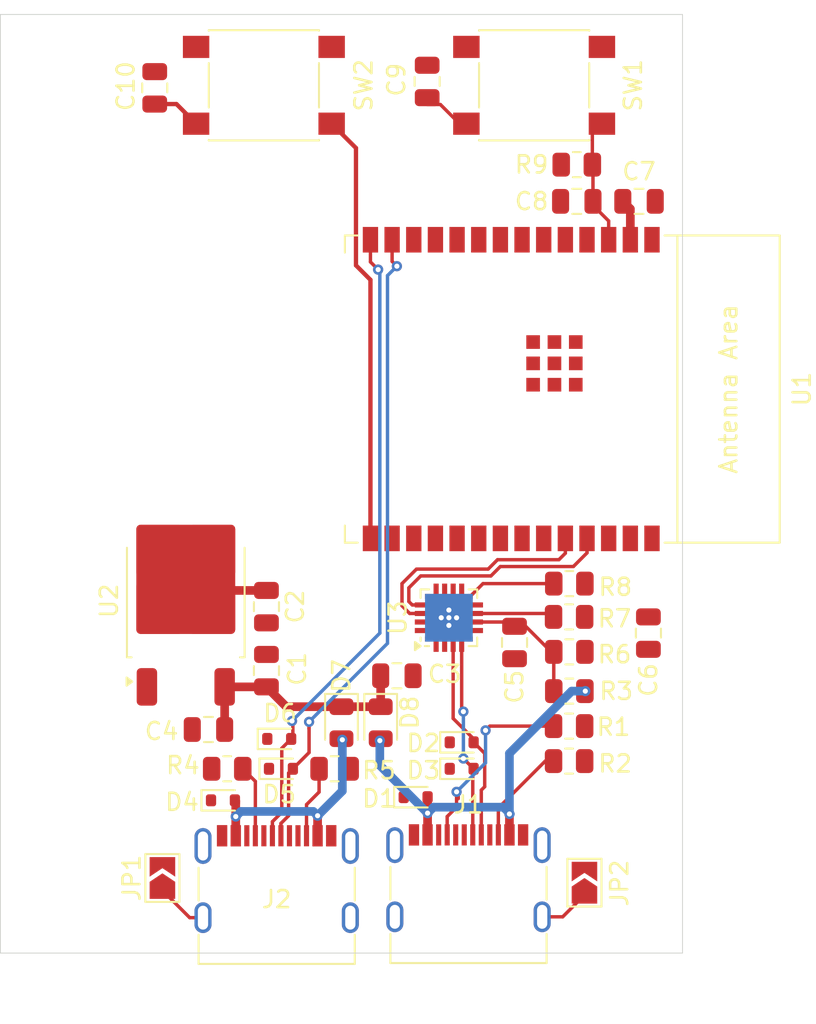
<source format=kicad_pcb>
(kicad_pcb (version 20240108) (generator "pcbnew") (generator_version "8.0")
  (layers (0 "F.Cu" signal) (31 "B.Cu" signal) (34 "B.Paste" user) (35 "F.Paste" user) (36 "B.SilkS" user "B.Silkscreen") (37 "F.SilkS" user "F.Silkscreen") (38 "B.Mask" user) (39 "F.Mask" user) (44 "Edge.Cuts" user))
  (net 0 "")
  (net 1 "GND")
  (net 2 "+5V")
  (net 3 "+3V3")
  (net 4 "Net-(U3-VBUS)")
  (net 5 "RESET")
  (net 6 "BOOT")
  (net 7 "VBUSA")
  (net 8 "D+")
  (net 9 "D-")
  (net 10 "VBUSB")
  (net 11 "ESP32_D-")
  (net 12 "ESP32_D+")
  (net 13 "Net-(J1-SHIELD)")
  (net 15 "Net-(J1-CC2)")
  (net 17 "Net-(J1-CC1)")
  (net 18 "Net-(J2-SHIELD)")
  (net 19 "Net-(J2-CC2)")
  (net 21 "Net-(J2-CC1)")
  (net 23 "Net-(U3-~{RST})")
  (net 24 "Net-(U3-~{SUSPEND})")
  (net 25 "I2C_SDA")
  (net 30 "USB_UART_TX")
  (net 38 "I2C_SCL")
  (net 41 "USB_UART_RX")
  (footprint "Jumper:SolderJumper-2_P1.3mm_Open_TrianglePad1.0x1.5mm" (layer "F.Cu") (at 44.5 90.6 90)
    (property "Reference" "JP1" (at 0 -1.8 90) (layer "F.SilkS"))
    (property "Value" "SolderJumper_2_Open")
    (pad "1" smd custom (at -0.725 0 90) (size 0.3 0.3) (layers "F.Cu" "F.Mask") (net 18 "Net-(J2-SHIELD)") (options (clearance outline) (anchor rect)) (primitives (gr_poly (pts (xy 1 0) (xy 0.5 0.75) (xy -0.5 0.75) (xy -0.5 -0.75) (xy 0.5 -0.75)) (width 0) (fill yes))))
    (pad "2" smd custom (at 0.725 0 90) (size 0.3 0.3) (layers "F.Cu" "F.Mask") (net 1 "GND") (options (clearance outline) (anchor rect)) (primitives (gr_poly (pts (xy 0.5 0.75) (xy -0.65 0.75) (xy -0.15 0) (xy -0.65 -0.75) (xy 0.5 -0.75)) (width 0) (fill yes))))
  )
  (footprint "Connector_USB:USB_C_Receptacle_G-Switch_GT-USB-7010ASV" (layer "F.Cu") (at 62.45 91.8)
    (property "Reference" "J1" (at 0 -5.5 360) (layer "F.SilkS"))
    (property "Value" "USB_C_Receptacle_USB2.0_16P")
    (pad "" np_thru_hole circle (at -2.89 -2.605) (size 0.65 0.65) (drill 0.65) (layers "*.Cu" "*.Mask"))
    (pad "" np_thru_hole circle (at 2.89 -2.605) (size 0.65 0.65) (drill 0.65) (layers "*.Cu" "*.Mask"))
    (pad "A1" smd rect (at -3.2 -3.725) (size 0.6 1.24) (layers "F.Cu" "F.Paste" "F.Mask") (net 1 "GND"))
    (pad "A4" smd rect (at -2.4 -3.725) (size 0.6 1.24) (layers "F.Cu" "F.Paste" "F.Mask") (net 7 "VBUSA"))
    (pad "A5" smd rect (at -1.25 -3.725) (size 0.3 1.24) (layers "F.Cu" "F.Paste" "F.Mask") (net 17 "Net-(J1-CC1)"))
    (pad "A6" smd rect (at -0.25 -3.725) (size 0.3 1.24) (layers "F.Cu" "F.Paste" "F.Mask") (net 8 "D+"))
    (pad "A7" smd rect (at 0.25 -3.725) (size 0.3 1.24) (layers "F.Cu" "F.Paste" "F.Mask") (net 9 "D-"))
    (pad "A8" smd rect (at 1.25 -3.725) (size 0.3 1.24) (layers "F.Cu" "F.Paste" "F.Mask"))
    (pad "A9" smd rect (at 2.4 -3.725) (size 0.6 1.24) (layers "F.Cu" "F.Paste" "F.Mask") (net 7 "VBUSA"))
    (pad "A12" smd rect (at 3.2 -3.725) (size 0.6 1.24) (layers "F.Cu" "F.Paste" "F.Mask") (net 1 "GND"))
    (pad "B1" smd rect (at 3.2 -3.725) (size 0.6 1.24) (layers "F.Cu" "F.Paste" "F.Mask") (net 1 "GND"))
    (pad "B4" smd rect (at 2.4 -3.725) (size 0.6 1.24) (layers "F.Cu" "F.Paste" "F.Mask") (net 7 "VBUSA"))
    (pad "B5" smd rect (at 1.75 -3.725) (size 0.3 1.24) (layers "F.Cu" "F.Paste" "F.Mask") (net 15 "Net-(J1-CC2)"))
    (pad "B6" smd rect (at 0.75 -3.725) (size 0.3 1.24) (layers "F.Cu" "F.Paste" "F.Mask") (net 8 "D+"))
    (pad "B7" smd rect (at -0.75 -3.725) (size 0.3 1.24) (layers "F.Cu" "F.Paste" "F.Mask") (net 9 "D-"))
    (pad "B8" smd rect (at -1.75 -3.725) (size 0.3 1.24) (layers "F.Cu" "F.Paste" "F.Mask"))
    (pad "B9" smd rect (at -2.4 -3.725) (size 0.6 1.24) (layers "F.Cu" "F.Paste" "F.Mask") (net 7 "VBUSA"))
    (pad "B12" smd rect (at -3.2 -3.725) (size 0.6 1.24) (layers "F.Cu" "F.Paste" "F.Mask") (net 1 "GND"))
    (pad "S1" thru_hole oval (at -4.32 -3.125) (size 1 2.1) (drill oval 0.6 1.7) (layers "*.Cu" "*.Mask") (net 13 "Net-(J1-SHIELD)"))
    (pad "S1" thru_hole oval (at -4.32 1.075) (size 1 1.8) (drill oval 0.6 1.4) (layers "*.Cu" "*.Mask") (net 13 "Net-(J1-SHIELD)"))
    (pad "S1" thru_hole oval (at 4.32 -3.125) (size 1 2.1) (drill oval 0.6 1.7) (layers "*.Cu" "*.Mask") (net 13 "Net-(J1-SHIELD)"))
    (pad "S1" thru_hole oval (at 4.32 1.075) (size 1 1.8) (drill oval 0.6 1.4) (layers "*.Cu" "*.Mask") (net 13 "Net-(J1-SHIELD)"))
  )
  (footprint "Capacitor_SMD:C_0805_2012Metric" (layer "F.Cu") (at 50.6 74.7 -90)
    (property "Reference" "C2" (at 0 -1.68 90) (layer "F.SilkS"))
    (property "Value" "22uF")
    (pad "1" smd roundrect (at -0.95 0 270) (size 1 1.45) (layers "F.Cu" "F.Paste" "F.Mask") (net 3 "+3V3"))
    (pad "2" smd roundrect (at 0.95 0 270) (size 1 1.45) (layers "F.Cu" "F.Paste" "F.Mask") (net 1 "GND"))
  )
  (footprint "Resistor_SMD:R_0805_2012Metric" (layer "F.Cu") (at 68.3625 79.65 180)
    (property "Reference" "R3" (at -2.75 0 0) (layer "F.SilkS"))
    (property "Value" "22.1K")
    (pad "1" smd roundrect (at -0.9125 0 180) (size 1.025 1.4) (layers "F.Cu" "F.Paste" "F.Mask") (roundrect_rratio 0.243902) (net 7 "VBUSA"))
    (pad "2" smd roundrect (at 0.9125 0 180) (size 1.025 1.4) (layers "F.Cu" "F.Paste" "F.Mask") (roundrect_rratio 0.243902) (net 4 "Net-(U3-VBUS)"))
  )
  (footprint "Resistor_SMD:R_0805_2012Metric" (layer "F.Cu") (at 68.3625 73.35)
    (property "Reference" "R8" (at 2.7 0.2 360) (layer "F.SilkS"))
    (property "Value" "10K")
    (pad "1" smd roundrect (at -0.9125 0) (size 1.025 1.4) (layers "F.Cu" "F.Paste" "F.Mask") (roundrect_rratio 0.243902) (net 24 "Net-(U3-~{SUSPEND})"))
    (pad "2" smd roundrect (at 0.9125 0) (size 1.025 1.4) (layers "F.Cu" "F.Paste" "F.Mask") (roundrect_rratio 0.243902) (net 1 "GND"))
  )
  (footprint "Diode_SMD:D_SOD-523" (layer "F.Cu") (at 48.05 86.05)
    (property "Reference" "D4" (at -2.4 0.1 360) (layer "F.SilkS"))
    (property "Value" "LESD5D5.0CT1G")
    (pad "1" smd roundrect (at -0.7 0 180) (size 0.6 0.7) (layers "F.Cu" "F.Paste" "F.Mask") (net 1 "GND"))
    (pad "2" smd roundrect (at 0.7 0 180) (size 0.6 0.7) (layers "F.Cu" "F.Paste" "F.Mask") (net 10 "VBUSB"))
  )
  (footprint "Diode_SMD:D_SOD-523" (layer "F.Cu") (at 51.45 84.2)
    (property "Reference" "D5" (at -0.1 1.5 360) (layer "F.SilkS"))
    (property "Value" "LESD5D5.0CT1G")
    (pad "1" smd roundrect (at -0.7 0 180) (size 0.6 0.7) (layers "F.Cu" "F.Paste" "F.Mask") (net 1 "GND"))
    (pad "2" smd roundrect (at 0.7 0 180) (size 0.6 0.7) (layers "F.Cu" "F.Paste" "F.Mask") (net 11 "ESP32_D-"))
  )
  (footprint "Resistor_SMD:R_0805_2012Metric" (layer "F.Cu") (at 68.3625 77.35 180)
    (property "Reference" "R6" (at -2.65 -0.15 360) (layer "F.SilkS"))
    (property "Value" "47.5k")
    (pad "1" smd roundrect (at -0.9125 0 180) (size 1.025 1.4) (layers "F.Cu" "F.Paste" "F.Mask") (roundrect_rratio 0.243902) (net 1 "GND"))
    (pad "2" smd roundrect (at 0.9125 0 180) (size 1.025 1.4) (layers "F.Cu" "F.Paste" "F.Mask") (roundrect_rratio 0.243902) (net 4 "Net-(U3-VBUS)"))
  )
  (footprint "Capacitor_SMD:C_0805_2012Metric" (layer "F.Cu") (at 65.15 76.8 -90)
    (property "Reference" "C5" (at 2.6 0 90) (layer "F.SilkS"))
    (property "Value" "10uF")
    (pad "1" smd roundrect (at -0.95 0 270) (size 1 1.45) (layers "F.Cu" "F.Paste" "F.Mask") (net 4 "Net-(U3-VBUS)"))
    (pad "2" smd roundrect (at 0.95 0 270) (size 1 1.45) (layers "F.Cu" "F.Paste" "F.Mask") (net 1 "GND"))
  )
  (footprint "Button_Switch_SMD:SW_Push_1P1T_NO_6x6mm_H9.5mm" (layer "F.Cu") (at 50.45 44.15 180)
    (property "Reference" "SW2" (at -5.85 0 90) (layer "F.SilkS"))
    (property "Value" "SW_Push")
    (pad "1" smd rect (at -3.975 -2.25 180) (size 1.55 1.3) (layers "F.Cu" "F.Paste" "F.Mask") (net 6 "BOOT"))
    (pad "1" smd rect (at 3.975 -2.25 180) (size 1.55 1.3) (layers "F.Cu" "F.Paste" "F.Mask") (net 6 "BOOT"))
    (pad "2" smd rect (at -3.975 2.25 180) (size 1.55 1.3) (layers "F.Cu" "F.Paste" "F.Mask") (net 1 "GND"))
    (pad "2" smd rect (at 3.975 2.25 180) (size 1.55 1.3) (layers "F.Cu" "F.Paste" "F.Mask") (net 1 "GND"))
  )
  (footprint "Resistor_SMD:R_0805_2012Metric" (layer "F.Cu") (at 68.35 81.7)
    (property "Reference" "R1" (at 2.6 0.05 0) (layer "F.SilkS"))
    (property "Value" "5K1")
    (pad "1" smd roundrect (at -0.9125 0) (size 1.025 1.4) (layers "F.Cu" "F.Paste" "F.Mask") (roundrect_rratio 0.243902) (net 17 "Net-(J1-CC1)"))
    (pad "2" smd roundrect (at 0.9125 0) (size 1.025 1.4) (layers "F.Cu" "F.Paste" "F.Mask") (roundrect_rratio 0.243902) (net 1 "GND"))
  )
  (footprint "Capacitor_SMD:C_0805_2012Metric" (layer "F.Cu") (at 50.6 78.45 90)
    (property "Reference" "C1" (at 0.1 1.8 90) (layer "F.SilkS"))
    (property "Value" "10uF")
    (pad "1" smd roundrect (at -0.95 0 90) (size 1 1.45) (layers "F.Cu" "F.Paste" "F.Mask") (net 2 "+5V"))
    (pad "2" smd roundrect (at 0.95 0 90) (size 1 1.45) (layers "F.Cu" "F.Paste" "F.Mask") (net 1 "GND"))
  )
  (footprint "Resistor_SMD:R_0805_2012Metric" (layer "F.Cu") (at 68.35 83.75)
    (property "Reference" "R2" (at 2.7 0.15 360) (layer "F.SilkS"))
    (property "Value" "5K1")
    (pad "1" smd roundrect (at -0.9125 0) (size 1.025 1.4) (layers "F.Cu" "F.Paste" "F.Mask") (roundrect_rratio 0.243902) (net 15 "Net-(J1-CC2)"))
    (pad "2" smd roundrect (at 0.9125 0) (size 1.025 1.4) (layers "F.Cu" "F.Paste" "F.Mask") (roundrect_rratio 0.243902) (net 1 "GND"))
  )
  (footprint "Diode_SMD:D_SOD-523" (layer "F.Cu") (at 62.05 84.2)
    (property "Reference" "D3" (at -2.25 0.1 360) (layer "F.SilkS"))
    (property "Value" "LESD5D5.0CT1G")
    (pad "1" smd roundrect (at -0.7 0 180) (size 0.6 0.7) (layers "F.Cu" "F.Paste" "F.Mask") (net 1 "GND"))
    (pad "2" smd roundrect (at 0.7 0 180) (size 0.6 0.7) (layers "F.Cu" "F.Paste" "F.Mask") (net 9 "D-"))
  )
  (footprint "Capacitor_SMD:C_0805_2012Metric" (layer "F.Cu") (at 68.8 50.95 180)
    (property "Reference" "C8" (at 2.65 0 360) (layer "F.SilkS"))
    (property "Value" "1uF")
    (pad "1" smd roundrect (at -0.95 0 180) (size 1 1.45) (layers "F.Cu" "F.Paste" "F.Mask") (net 5 "RESET"))
    (pad "2" smd roundrect (at 0.95 0 180) (size 1 1.45) (layers "F.Cu" "F.Paste" "F.Mask") (net 1 "GND"))
  )
  (footprint "Resistor_SMD:R_0805_2012Metric" (layer "F.Cu") (at 54.6 84.2)
    (property "Reference" "R5" (at 2.6 0.1 0) (layer "F.SilkS"))
    (property "Value" "5K1")
    (pad "1" smd roundrect (at -0.9125 0) (size 1.025 1.4) (layers "F.Cu" "F.Paste" "F.Mask") (roundrect_rratio 0.243902) (net 19 "Net-(J2-CC2)"))
    (pad "2" smd roundrect (at 0.9125 0) (size 1.025 1.4) (layers "F.Cu" "F.Paste" "F.Mask") (roundrect_rratio 0.243902) (net 1 "GND"))
  )
  (footprint "Diode_SMD:D_0805_2012Metric" (layer "F.Cu") (at 55 81.5 -90)
    (property "Reference" "D7" (at -2.75 0 90) (layer "F.SilkS"))
    (property "Value" "D")
    (pad "1" smd roundrect (at -0.9375 0 270) (size 0.975 1.4) (layers "F.Cu" "F.Paste" "F.Mask") (net 2 "+5V"))
    (pad "2" smd roundrect (at 0.9375 0 270) (size 0.975 1.4) (layers "F.Cu" "F.Paste" "F.Mask") (net 10 "VBUSB"))
  )
  (footprint "Capacitor_SMD:C_0805_2012Metric" (layer "F.Cu") (at 47.2 81.9 180)
    (property "Reference" "C4" (at 2.75 -0.1 360) (layer "F.SilkS"))
    (property "Value" "10uF")
    (pad "1" smd roundrect (at -0.95 0 180) (size 1 1.45) (layers "F.Cu" "F.Paste" "F.Mask") (net 2 "+5V"))
    (pad "2" smd roundrect (at 0.95 0 180) (size 1 1.45) (layers "F.Cu" "F.Paste" "F.Mask") (net 1 "GND"))
  )
  (footprint "Capacitor_SMD:C_0805_2012Metric" (layer "F.Cu") (at 73 76.25 -90)
    (property "Reference" "C6" (at 2.75 0 90) (layer "F.SilkS"))
    (property "Value" "10uF")
    (pad "1" smd roundrect (at -0.95 0 270) (size 1 1.45) (layers "F.Cu" "F.Paste" "F.Mask") (net 3 "+3V3"))
    (pad "2" smd roundrect (at 0.95 0 270) (size 1 1.45) (layers "F.Cu" "F.Paste" "F.Mask") (net 1 "GND"))
  )
  (footprint "Resistor_SMD:R_0805_2012Metric" (layer "F.Cu") (at 68.8 48.8)
    (property "Reference" "R9" (at -2.65 0 360) (layer "F.SilkS"))
    (property "Value" "10K")
    (pad "1" smd roundrect (at -0.9125 0) (size 1.025 1.4) (layers "F.Cu" "F.Paste" "F.Mask") (roundrect_rratio 0.243902) (net 3 "+3V3"))
    (pad "2" smd roundrect (at 0.9125 0) (size 1.025 1.4) (layers "F.Cu" "F.Paste" "F.Mask") (roundrect_rratio 0.243902) (net 5 "RESET"))
  )
  (footprint "Jumper:SolderJumper-2_P1.3mm_Open_TrianglePad1.0x1.5mm" (layer "F.Cu") (at 69.25 90.875 90)
    (property "Reference" "JP2" (at -0.025 2.05 90) (layer "F.SilkS"))
    (property "Value" "SolderJumper_2_Open")
    (pad "1" smd custom (at -0.725 0 90) (size 0.3 0.3) (layers "F.Cu" "F.Mask") (net 13 "Net-(J1-SHIELD)") (options (clearance outline) (anchor rect)) (primitives (gr_poly (pts (xy 1 0) (xy 0.5 0.75) (xy -0.5 0.75) (xy -0.5 -0.75) (xy 0.5 -0.75)) (width 0) (fill yes))))
    (pad "2" smd custom (at 0.725 0 90) (size 0.3 0.3) (layers "F.Cu" "F.Mask") (net 1 "GND") (options (clearance outline) (anchor rect)) (primitives (gr_poly (pts (xy 0.5 0.75) (xy -0.65 0.75) (xy -0.15 0) (xy -0.65 -0.75) (xy 0.5 -0.75)) (width 0) (fill yes))))
  )
  (footprint "Diode_SMD:D_SOD-523" (layer "F.Cu") (at 59.35 85.865)
    (property "Reference" "D1" (at -2.15 0.085 360) (layer "F.SilkS"))
    (property "Value" "LESD5D5.0CT1G")
    (pad "1" smd roundrect (at -0.7 0 180) (size 0.6 0.7) (layers "F.Cu" "F.Paste" "F.Mask") (net 1 "GND"))
    (pad "2" smd roundrect (at 0.7 0 180) (size 0.6 0.7) (layers "F.Cu" "F.Paste" "F.Mask") (net 7 "VBUSA"))
  )
  (footprint "Diode_SMD:D_SOD-523" (layer "F.Cu") (at 51.35 82.45)
    (property "Reference" "D6" (at 0.05 -1.5 360) (layer "F.SilkS"))
    (property "Value" "LESD5D5.0CT1G")
    (pad "1" smd roundrect (at -0.7 0 180) (size 0.6 0.7) (layers "F.Cu" "F.Paste" "F.Mask") (net 1 "GND"))
    (pad "2" smd roundrect (at 0.7 0 180) (size 0.6 0.7) (layers "F.Cu" "F.Paste" "F.Mask") (net 12 "ESP32_D+"))
  )
  (footprint "Capacitor_SMD:C_0805_2012Metric" (layer "F.Cu") (at 44.05 44.3 -90)
    (property "Reference" "C10" (at -0.1 1.7 90) (layer "F.SilkS"))
    (property "Value" "10nF")
    (pad "1" smd roundrect (at -0.95 0 270) (size 1 1.45) (layers "F.Cu" "F.Paste" "F.Mask") (net 1 "GND"))
    (pad "2" smd roundrect (at 0.95 0 270) (size 1 1.45) (layers "F.Cu" "F.Paste" "F.Mask") (net 6 "BOOT"))
  )
  (footprint "Package_TO_SOT_SMD:TO-252-2" (layer "F.Cu") (at 45.87 74.36 90)
    (property "Reference" "U2" (at 0 -4.5 90) (layer "F.SilkS"))
    (property "Value" "AZ1117-3.3")
    (pad "1" smd roundrect (at -5.04 -2.28 90) (size 2.2 1.2) (layers "F.Cu" "F.Paste" "F.Mask") (roundrect_rratio 0.208333) (net 1 "GND"))
    (pad "2" smd roundrect (at -0.415 -1.525 90) (size 3.05 2.75) (layers "F.Cu" "F.Paste") (roundrect_rratio 0.090909) (net 3 "+3V3"))
    (pad "2" smd roundrect (at -0.415 1.525 90) (size 3.05 2.75) (layers "F.Cu" "F.Paste") (roundrect_rratio 0.090909) (net 3 "+3V3"))
    (pad "2" smd roundrect (at 1.26 0 90) (size 6.4 5.8) (layers "F.Cu" "F.Mask") (roundrect_rratio 0.043103) (net 3 "+3V3"))
    (pad "2" smd roundrect (at 2.935 -1.525 90) (size 3.05 2.75) (layers "F.Cu" "F.Paste") (roundrect_rratio 0.090909) (net 3 "+3V3"))
    (pad "2" smd roundrect (at 2.935 1.525 90) (size 3.05 2.75) (layers "F.Cu" "F.Paste") (roundrect_rratio 0.090909) (net 3 "+3V3"))
    (pad "3" smd roundrect (at -5.04 2.28 90) (size 2.2 1.2) (layers "F.Cu" "F.Paste" "F.Mask") (roundrect_rratio 0.208333) (net 2 "+5V"))
  )
  (footprint "Diode_SMD:D_0805_2012Metric" (layer "F.Cu") (at 57.3 81.5 -90)
    (property "Reference" "D8" (at -0.6 -1.7 90) (layer "F.SilkS"))
    (property "Value" "D")
    (pad "1" smd roundrect (at -0.9375 0 270) (size 0.975 1.4) (layers "F.Cu" "F.Paste" "F.Mask") (net 2 "+5V"))
    (pad "2" smd roundrect (at 0.9375 0 270) (size 0.975 1.4) (layers "F.Cu" "F.Paste" "F.Mask") (net 7 "VBUSA"))
  )
  (footprint "Package_DFN_QFN:SiliconLabs_QFN-20-1EP_3x3mm_P0.5mm_EP1.8x1.8mm_ThermalVias" (layer "F.Cu") (at 61.3 75.35 90)
    (property "Reference" "U3" (at 0 -3 90) (layer "F.SilkS"))
    (property "Value" "CP2102N-Axx-xQFN20")
    (pad "1" smd rect (at -1.25 -1.25 90) (size 0.3 0.3) (layers "F.Cu" "F.Paste" "F.Mask"))
    (pad "2" smd rect (at -1.55 -0.75 90) (size 0.9 0.3) (layers "F.Cu" "F.Paste" "F.Mask"))
    (pad "3" smd rect (at -1.55 -0.25 90) (size 0.9 0.3) (layers "F.Cu" "F.Paste" "F.Mask") (net 1 "GND"))
    (pad "4" smd rect (at -1.55 0.25 90) (size 0.9 0.3) (layers "F.Cu" "F.Paste" "F.Mask") (net 8 "D+"))
    (pad "5" smd rect (at -1.55 0.75 90) (size 0.9 0.3) (layers "F.Cu" "F.Paste" "F.Mask") (net 9 "D-"))
    (pad "6" smd rect (at -1.25 1.25 90) (size 0.3 0.3) (layers "F.Cu" "F.Paste" "F.Mask") (net 3 "+3V3"))
    (pad "7" smd rect (at -0.75 1.55 180) (size 0.9 0.3) (layers "F.Cu" "F.Paste" "F.Mask") (net 3 "+3V3"))
    (pad "8" smd rect (at -0.25 1.55 180) (size 0.9 0.3) (layers "F.Cu" "F.Paste" "F.Mask") (net 4 "Net-(U3-VBUS)"))
    (pad "9" smd rect (at 0.25 1.55 180) (size 0.9 0.3) (layers "F.Cu" "F.Paste" "F.Mask") (net 23 "Net-(U3-~{RST})"))
    (pad "10" smd rect (at 0.75 1.55 180) (size 0.9 0.3) (layers "F.Cu" "F.Paste" "F.Mask"))
    (pad "11" smd rect (at 1.25 1.25 90) (size 0.3 0.3) (layers "F.Cu" "F.Paste" "F.Mask") (net 24 "Net-(U3-~{SUSPEND})"))
    (pad "12" smd rect (at 1.55 0.75 90) (size 0.9 0.3) (layers "F.Cu" "F.Paste" "F.Mask") (net 1 "GND"))
    (pad "13" smd rect (at 1.55 0.25 90) (size 0.9 0.3) (layers "F.Cu" "F.Paste" "F.Mask"))
    (pad "14" smd rect (at 1.55 -0.25 90) (size 0.9 0.3) (layers "F.Cu" "F.Paste" "F.Mask"))
    (pad "15" smd rect (at 1.55 -0.75 90) (size 0.9 0.3) (layers "F.Cu" "F.Paste" "F.Mask"))
    (pad "16" smd rect (at 1.25 -1.25 90) (size 0.3 0.3) (layers "F.Cu" "F.Paste" "F.Mask"))
    (pad "17" smd rect (at 0.75 -1.55 180) (size 0.9 0.3) (layers "F.Cu" "F.Paste" "F.Mask") (net 41 "USB_UART_RX"))
    (pad "18" smd rect (at 0.25 -1.55 180) (size 0.9 0.3) (layers "F.Cu" "F.Paste" "F.Mask") (net 30 "USB_UART_TX"))
    (pad "19" smd rect (at -0.25 -1.55 180) (size 0.9 0.3) (layers "F.Cu" "F.Paste" "F.Mask"))
    (pad "20" smd rect (at -0.75 -1.55 180) (size 0.9 0.3) (layers "F.Cu" "F.Paste" "F.Mask"))
    (pad "21" thru_hole circle (at -0.45 0 90) (size 0.6 0.6) (drill 0.3) (layers "*.Cu") (net 1 "GND"))
    (pad "21" thru_hole circle (at 0 -0.45 90) (size 0.6 0.6) (drill 0.3) (layers "*.Cu") (net 1 "GND"))
    (pad "21" thru_hole circle (at 0 0 90) (size 0.6 0.6) (drill 0.3) (layers "*.Cu") (net 1 "GND"))
    (pad "21" smd rect (at 0 0 90) (size 1.8 1.8) (layers "F.Cu" "F.Mask") (net 1 "GND"))
    (pad "21" smd rect (at 0 0 90) (size 2.8 2.8) (layers "B.Cu") (net 1 "GND"))
    (pad "21" thru_hole circle (at 0 0.45 90) (size 0.6 0.6) (drill 0.3) (layers "*.Cu") (net 1 "GND"))
    (pad "21" thru_hole circle (at 0.45 0 90) (size 0.6 0.6) (drill 0.3) (layers "*.Cu") (net 1 "GND"))
  )
  (footprint "Resistor_SMD:R_0805_2012Metric" (layer "F.Cu") (at 48.3 84.2 180)
    (property "Reference" "R4" (at 2.6 0.2 360) (layer "F.SilkS"))
    (property "Value" "5K1")
    (pad "1" smd roundrect (at -0.9125 0 180) (size 1.025 1.4) (layers "F.Cu" "F.Paste" "F.Mask") (roundrect_rratio 0.243902) (net 21 "Net-(J2-CC1)"))
    (pad "2" smd roundrect (at 0.9125 0 180) (size 1.025 1.4) (layers "F.Cu" "F.Paste" "F.Mask") (roundrect_rratio 0.243902) (net 1 "GND"))
  )
  (footprint "Capacitor_SMD:C_0805_2012Metric" (layer "F.Cu") (at 72.45 50.95 180)
    (property "Reference" "C7" (at 0 1.75 360) (layer "F.SilkS"))
    (property "Value" "1uF")
    (pad "1" smd roundrect (at -0.95 0 180) (size 1 1.45) (layers "F.Cu" "F.Paste" "F.Mask") (net 1 "GND"))
    (pad "2" smd roundrect (at 0.95 0 180) (size 1 1.45) (layers "F.Cu" "F.Paste" "F.Mask") (net 3 "+3V3"))
  )
  (footprint "PCM_Espressif:ESP32-C6-WROOM-1" (layer "F.Cu") (at 64.95 61.95 -90)
    (property "Reference" "U1" (at 0 -17.05 90) (layer "F.SilkS"))
    (property "Value" "ESP32-C6-WROOM-1")
    (fp_text user "Antenna Area" (at 0 -12.75 90) (layer "F.SilkS"))
    (pad "1" smd rect (at -8.75 -8.26 270) (size 1.5 0.9) (layers "F.Cu" "F.Paste" "F.Mask") (net 1 "GND"))
    (pad "2" smd rect (at -8.75 -6.99 270) (size 1.5 0.9) (layers "F.Cu" "F.Paste" "F.Mask") (net 3 "+3V3"))
    (pad "3" smd rect (at -8.75 -5.72 270) (size 1.5 0.9) (layers "F.Cu" "F.Paste" "F.Mask") (net 5 "RESET"))
    (pad "4" smd rect (at -8.75 -4.45 270) (size 1.5 0.9) (layers "F.Cu" "F.Paste" "F.Mask"))
    (pad "5" smd rect (at -8.75 -3.18 270) (size 1.5 0.9) (layers "F.Cu" "F.Paste" "F.Mask"))
    (pad "6" smd rect (at -8.75 -1.91 270) (size 1.5 0.9) (layers "F.Cu" "F.Paste" "F.Mask"))
    (pad "7" smd rect (at -8.75 -0.64 270) (size 1.5 0.9) (layers "F.Cu" "F.Paste" "F.Mask"))
    (pad "8" smd rect (at -8.75 0.63 270) (size 1.5 0.9) (layers "F.Cu" "F.Paste" "F.Mask"))
    (pad "9" smd rect (at -8.75 1.9 270) (size 1.5 0.9) (layers "F.Cu" "F.Paste" "F.Mask"))
    (pad "10" smd rect (at -8.75 3.17 270) (size 1.5 0.9) (layers "F.Cu" "F.Paste" "F.Mask"))
    (pad "11" smd rect (at -8.75 4.44 270) (size 1.5 0.9) (layers "F.Cu" "F.Paste" "F.Mask") (net 25 "I2C_SDA"))
    (pad "12" smd rect (at -8.75 5.71 270) (size 1.5 0.9) (layers "F.Cu" "F.Paste" "F.Mask") (net 38 "I2C_SCL"))
    (pad "13" smd rect (at -8.75 6.98 270) (size 1.5 0.9) (layers "F.Cu" "F.Paste" "F.Mask") (net 11 "ESP32_D-"))
    (pad "14" smd rect (at -8.75 8.25 270) (size 1.5 0.9) (layers "F.Cu" "F.Paste" "F.Mask") (net 12 "ESP32_D+"))
    (pad "15" smd rect (at 8.75 8.25 90) (size 1.5 0.9) (layers "F.Cu" "F.Paste" "F.Mask") (net 6 "BOOT"))
    (pad "16" smd rect (at 8.75 6.98 90) (size 1.5 0.9) (layers "F.Cu" "F.Paste" "F.Mask"))
    (pad "17" smd rect (at 8.75 5.71 90) (size 1.5 0.9) (layers "F.Cu" "F.Paste" "F.Mask"))
    (pad "18" smd rect (at 8.75 4.44 90) (size 1.5 0.9) (layers "F.Cu" "F.Paste" "F.Mask"))
    (pad "19" smd rect (at 8.75 3.17 90) (size 1.5 0.9) (layers "F.Cu" "F.Paste" "F.Mask"))
    (pad "20" smd rect (at 8.75 1.9 90) (size 1.5 0.9) (layers "F.Cu" "F.Paste" "F.Mask"))
    (pad "21" smd rect (at 8.75 0.63 90) (size 1.5 0.9) (layers "F.Cu" "F.Paste" "F.Mask"))
    (pad "22" smd rect (at 8.75 -0.64 90) (size 1.5 0.9) (layers "F.Cu" "F.Paste" "F.Mask"))
    (pad "23" smd rect (at 8.75 -1.91 90) (size 1.5 0.9) (layers "F.Cu" "F.Paste" "F.Mask"))
    (pad "24" smd rect (at 8.75 -3.18 90) (size 1.5 0.9) (layers "F.Cu" "F.Paste" "F.Mask") (net 30 "USB_UART_TX"))
    (pad "25" smd rect (at 8.75 -4.45 90) (size 1.5 0.9) (layers "F.Cu" "F.Paste" "F.Mask") (net 41 "USB_UART_RX"))
    (pad "26" smd rect (at 8.75 -5.72 90) (size 1.5 0.9) (layers "F.Cu" "F.Paste" "F.Mask"))
    (pad "27" smd rect (at 8.75 -6.99 90) (size 1.5 0.9) (layers "F.Cu" "F.Paste" "F.Mask"))
    (pad "28" smd rect (at 8.75 -8.26 90) (size 1.5 0.9) (layers "F.Cu" "F.Paste" "F.Mask") (net 1 "GND"))
    (pad "29" smd rect (at -2.755 -3.79 90) (size 0.8 0.8) (layers "F.Cu" "F.Paste" "F.Mask") (net 1 "GND"))
    (pad "29" smd rect (at -2.755 -2.54 90) (size 0.8 0.8) (layers "F.Cu" "F.Paste" "F.Mask") (net 1 "GND"))
    (pad "29" smd rect (at -2.755 -1.29 90) (size 0.8 0.8) (layers "F.Cu" "F.Paste" "F.Mask") (net 1 "GND"))
    (pad "29" smd rect (at -1.505 -3.79 90) (size 0.8 0.8) (layers "F.Cu" "F.Paste" "F.Mask") (net 1 "GND"))
    (pad "29" smd rect (at -1.505 -2.54 90) (size 0.8 0.8) (layers "F.Cu" "F.Paste" "F.Mask") (net 1 "GND"))
    (pad "29" smd rect (at -1.505 -1.29 90) (size 0.8 0.8) (layers "F.Cu" "F.Paste" "F.Mask") (net 1 "GND"))
    (pad "29" smd rect (at -0.255 -3.79 90) (size 0.8 0.8) (layers "F.Cu" "F.Paste" "F.Mask") (net 1 "GND"))
    (pad "29" smd rect (at -0.255 -2.54 90) (size 0.8 0.8) (layers "F.Cu" "F.Paste" "F.Mask") (net 1 "GND"))
    (pad "29" smd rect (at -0.255 -1.29 90) (size 0.8 0.8) (layers "F.Cu" "F.Paste" "F.Mask") (net 1 "GND"))
  )
  (footprint "Connector_USB:USB_C_Receptacle_G-Switch_GT-USB-7010ASV" (layer "F.Cu") (at 51.2 91.85)
    (property "Reference" "J2" (at 0 0 360) (layer "F.SilkS"))
    (property "Value" "USB_C_Receptacle_USB2.0_16P")
    (pad "" np_thru_hole circle (at -2.89 -2.605) (size 0.65 0.65) (drill 0.65) (layers "*.Cu" "*.Mask"))
    (pad "" np_thru_hole circle (at 2.89 -2.605) (size 0.65 0.65) (drill 0.65) (layers "*.Cu" "*.Mask"))
    (pad "A1" smd rect (at -3.2 -3.725) (size 0.6 1.24) (layers "F.Cu" "F.Paste" "F.Mask") (net 1 "GND"))
    (pad "A4" smd rect (at -2.4 -3.725) (size 0.6 1.24) (layers "F.Cu" "F.Paste" "F.Mask") (net 10 "VBUSB"))
    (pad "A5" smd rect (at -1.25 -3.725) (size 0.3 1.24) (layers "F.Cu" "F.Paste" "F.Mask") (net 21 "Net-(J2-CC1)"))
    (pad "A6" smd rect (at -0.25 -3.725) (size 0.3 1.24) (layers "F.Cu" "F.Paste" "F.Mask") (net 12 "ESP32_D+"))
    (pad "A7" smd rect (at 0.25 -3.725) (size 0.3 1.24) (layers "F.Cu" "F.Paste" "F.Mask") (net 11 "ESP32_D-"))
    (pad "A8" smd rect (at 1.25 -3.725) (size 0.3 1.24) (layers "F.Cu" "F.Paste" "F.Mask"))
    (pad "A9" smd rect (at 2.4 -3.725) (size 0.6 1.24) (layers "F.Cu" "F.Paste" "F.Mask") (net 10 "VBUSB"))
    (pad "A12" smd rect (at 3.2 -3.725) (size 0.6 1.24) (layers "F.Cu" "F.Paste" "F.Mask") (net 1 "GND"))
    (pad "B1" smd rect (at 3.2 -3.725) (size 0.6 1.24) (layers "F.Cu" "F.Paste" "F.Mask") (net 1 "GND"))
    (pad "B4" smd rect (at 2.4 -3.725) (size 0.6 1.24) (layers "F.Cu" "F.Paste" "F.Mask") (net 10 "VBUSB"))
    (pad "B5" smd rect (at 1.75 -3.725) (size 0.3 1.24) (layers "F.Cu" "F.Paste" "F.Mask") (net 19 "Net-(J2-CC2)"))
    (pad "B6" smd rect (at 0.75 -3.725) (size 0.3 1.24) (layers "F.Cu" "F.Paste" "F.Mask") (net 12 "ESP32_D+"))
    (pad "B7" smd rect (at -0.75 -3.725) (size 0.3 1.24) (layers "F.Cu" "F.Paste" "F.Mask") (net 11 "ESP32_D-"))
    (pad "B8" smd rect (at -1.75 -3.725) (size 0.3 1.24) (layers "F.Cu" "F.Paste" "F.Mask"))
    (pad "B9" smd rect (at -2.4 -3.725) (size 0.6 1.24) (layers "F.Cu" "F.Paste" "F.Mask") (net 10 "VBUSB"))
    (pad "B12" smd rect (at -3.2 -3.725) (size 0.6 1.24) (layers "F.Cu" "F.Paste" "F.Mask") (net 1 "GND"))
    (pad "S1" thru_hole oval (at -4.32 -3.125) (size 1 2.1) (drill oval 0.6 1.7) (layers "*.Cu" "*.Mask") (net 18 "Net-(J2-SHIELD)"))
    (pad "S1" thru_hole oval (at -4.32 1.075) (size 1 1.8) (drill oval 0.6 1.4) (layers "*.Cu" "*.Mask") (net 18 "Net-(J2-SHIELD)"))
    (pad "S1" thru_hole oval (at 4.32 -3.125) (size 1 2.1) (drill oval 0.6 1.7) (layers "*.Cu" "*.Mask") (net 18 "Net-(J2-SHIELD)"))
    (pad "S1" thru_hole oval (at 4.32 1.075) (size 1 1.8) (drill oval 0.6 1.4) (layers "*.Cu" "*.Mask") (net 18 "Net-(J2-SHIELD)"))
  )
  (footprint "Capacitor_SMD:C_0805_2012Metric" (layer "F.Cu") (at 60.025 43.925 -90)
    (property "Reference" "C9" (at -0.1 1.8 90) (layer "F.SilkS"))
    (property "Value" "10nF")
    (pad "1" smd roundrect (at -0.95 0 270) (size 1 1.45) (layers "F.Cu" "F.Paste" "F.Mask") (net 1 "GND"))
    (pad "2" smd roundrect (at 0.95 0 270) (size 1 1.45) (layers "F.Cu" "F.Paste" "F.Mask") (net 5 "RESET"))
  )
  (footprint "Capacitor_SMD:C_0805_2012Metric" (layer "F.Cu") (at 58.25 78.75)
    (property "Reference" "C3" (at 2.8 -0.1 360) (layer "F.SilkS"))
    (property "Value" "10uF")
    (pad "1" smd roundrect (at -0.95 0) (size 1 1.45) (layers "F.Cu" "F.Paste" "F.Mask") (net 2 "+5V"))
    (pad "2" smd roundrect (at 0.95 0) (size 1 1.45) (layers "F.Cu" "F.Paste" "F.Mask") (net 1 "GND"))
  )
  (footprint "Diode_SMD:D_SOD-523" (layer "F.Cu") (at 62.05 82.65)
    (property "Reference" "D2" (at -2.25 0.05 360) (layer "F.SilkS"))
    (property "Value" "LESD5D5.0CT1G")
    (pad "1" smd roundrect (at -0.7 0 180) (size 0.6 0.7) (layers "F.Cu" "F.Paste" "F.Mask") (net 1 "GND"))
    (pad "2" smd roundrect (at 0.7 0 180) (size 0.6 0.7) (layers "F.Cu" "F.Paste" "F.Mask") (net 8 "D+"))
  )
  (footprint "Resistor_SMD:R_0805_2012Metric" (layer "F.Cu") (at 68.35 75.3 180)
    (property "Reference" "R7" (at -2.6625 -0.1 360) (layer "F.SilkS"))
    (property "Value" "1K")
    (pad "1" smd roundrect (at -0.9125 0 180) (size 1.025 1.4) (layers "F.Cu" "F.Paste" "F.Mask") (roundrect_rratio 0.243902) (net 3 "+3V3"))
    (pad "2" smd roundrect (at 0.9125 0 180) (size 1.025 1.4) (layers "F.Cu" "F.Paste" "F.Mask") (roundrect_rratio 0.243902) (net 23 "Net-(U3-~{RST})"))
  )
  (footprint "Button_Switch_SMD:SW_Push_1P1T_NO_6x6mm_H9.5mm" (layer "F.Cu") (at 66.3 44.15 180)
    (property "Reference" "SW1" (at -5.8 0 90) (layer "F.SilkS"))
    (property "Value" "SW_Push")
    (pad "1" smd rect (at -3.975 -2.25 180) (size 1.55 1.3) (layers "F.Cu" "F.Paste" "F.Mask") (net 5 "RESET"))
    (pad "1" smd rect (at 3.975 -2.25 180) (size 1.55 1.3) (layers "F.Cu" "F.Paste" "F.Mask") (net 5 "RESET"))
    (pad "2" smd rect (at -3.975 2.25 180) (size 1.55 1.3) (layers "F.Cu" "F.Paste" "F.Mask") (net 1 "GND"))
    (pad "2" smd rect (at 3.975 2.25 180) (size 1.55 1.3) (layers "F.Cu" "F.Paste" "F.Mask") (net 1 "GND"))
  )
  (gr_line (start 75 53) (end 75 40) (stroke (width 0.05)) (layer "Edge.Cuts"))
  (gr_line (start 75 95) (end 75 53) (stroke (width 0.05)) (layer "Edge.Cuts"))
  (gr_line (start 35 40) (end 35 95) (stroke (width 0.05)) (layer "Edge.Cuts"))
  (gr_line (start 75 40) (end 35 40) (stroke (width 0.05)) (layer "Edge.Cuts"))
  (gr_line (start 35 95) (end 75 95) (stroke (width 0.05)) (layer "Edge.Cuts"))
  (segment (start 48.15 79.4) (end 48.15 81.85) (width 0.508) (layer "F.Cu") (net 2))
  (segment (start 55 80.5625) (end 51.7625 80.5625) (width 0.508) (layer "F.Cu") (net 2))
  (segment (start 48.15 81.85) (end 48.1 81.9) (width 0.508) (layer "F.Cu") (net 2))
  (segment (start 48.15 79.4) (end 50.6 79.4) (width 0.508) (layer "F.Cu") (net 2))
  (segment (start 57.3 80.5625) (end 55 80.5625) (width 0.508) (layer "F.Cu") (net 2))
  (segment (start 57.3 80.5625) (end 57.3 78.75) (width 0.508) (layer "F.Cu") (net 2))
  (segment (start 51.7625 80.5625) (end 50.6 79.4) (width 0.508) (layer "F.Cu") (net 2))
  (segment (start 48.42 73.75) (end 50.6 73.75) (width 0.508) (layer "F.Cu") (net 3))
  (segment (start 71.94 51.39) (end 71.5 50.95) (width 0.508) (layer "F.Cu") (net 3))
  (segment (start 71.94 53.2) (end 71.94 51.39) (width 0.508) (layer "F.Cu") (net 3))
  (segment (start 47.395 74.775) (end 48.42 73.75) (width 0.508) (layer "F.Cu") (net 3))
  (segment (start 67.45 79.65) (end 67.45 77.35) (width 0.2) (layer "F.Cu") (net 4))
  (segment (start 67.3 77.35) (end 65.55 75.6) (width 0.2) (layer "F.Cu") (net 4))
  (segment (start 67.45 77.35) (end 67.3 77.35) (width 0.2) (layer "F.Cu") (net 4))
  (segment (start 65.55 75.6) (end 62.85 75.6) (width 0.2) (layer "F.Cu") (net 4))
  (segment (start 69.75 51.18) (end 70.67 52.1) (width 0.2) (layer "F.Cu") (net 5))
  (segment (start 69.7125 46.9625) (end 70.275 46.4) (width 0.2) (layer "F.Cu") (net 5))
  (segment (start 60.8 45.275) (end 62.325 46.8) (width 0.2) (layer "F.Cu") (net 5))
  (segment (start 60.025 45.275) (end 60.8 45.275) (width 0.2) (layer "F.Cu") (net 5))
  (segment (start 69.7125 48.8) (end 69.75 48.8375) (width 0.2) (layer "F.Cu") (net 5))
  (segment (start 70.67 52.1) (end 70.67 53.2) (width 0.2) (layer "F.Cu") (net 5))
  (segment (start 69.75 50.95) (end 69.75 51.18) (width 0.2) (layer "F.Cu") (net 5))
  (segment (start 69.7125 48.8) (end 69.7125 46.9625) (width 0.2) (layer "F.Cu") (net 5))
  (segment (start 69.75 48.8375) (end 69.75 50.95) (width 0.2) (layer "F.Cu") (net 5))
  (segment (start 56.7 55.55) (end 55.85 54.7) (width 0.254) (layer "F.Cu") (net 6))
  (segment (start 54.425 46.4) (end 55.85 47.825) (width 0.254) (layer "F.Cu") (net 6))
  (segment (start 45.325 45.25) (end 46.475 46.4) (width 0.254) (layer "F.Cu") (net 6))
  (segment (start 55.85 47.825) (end 55.85 54.7) (width 0.254) (layer "F.Cu") (net 6))
  (segment (start 44.05 45.25) (end 45.325 45.25) (width 0.254) (layer "F.Cu") (net 6))
  (segment (start 56.7 70.7) (end 56.7 55.55) (width 0.254) (layer "F.Cu") (net 6))
  (segment (start 60.05 88.075) (end 60.05 86.8) (width 0.508) (layer "F.Cu") (net 7))
  (segment (start 60.05 86.8) (end 60.05 85.865) (width 0.508) (layer "F.Cu") (net 7))
  (segment (start 64.85 88.075) (end 64.85 86.85) (width 0.508) (layer "F.Cu") (net 7))
  (via (at 57.25 82.55) (size 0.6) (drill 0.3) (layers "F.Cu" "B.Cu") (net 7))
  (via (at 69.3 79.65) (size 0.6) (drill 0.3) (layers "F.Cu" "B.Cu") (net 7))
  (via (at 60.05 86.8) (size 0.6) (drill 0.3) (layers "F.Cu" "B.Cu") (net 7))
  (via (at 64.85 86.85) (size 0.6) (drill 0.3) (layers "F.Cu" "B.Cu") (net 7))
  (segment (start 64.5 86.45) (end 64.85 86.8) (width 0.508) (layer "B.Cu") (net 7))
  (segment (start 64.9 86.85) (end 64.8 86.75) (width 0.508) (layer "B.Cu") (net 7))
  (segment (start 69.3 79.65) (end 68.5 79.65) (width 0.508) (layer "B.Cu") (net 7))
  (segment (start 64.85 86.8) (end 64.85 86.85) (width 0.508) (layer "B.Cu") (net 7))
  (segment (start 68.5 79.65) (end 64.85 83.3) (width 0.508) (layer "B.Cu") (net 7))
  (segment (start 60.05 86.8) (end 57.25 84) (width 0.508) (layer "B.Cu") (net 7))
  (segment (start 64.85 86.85) (end 64.9 86.85) (width 0.508) (layer "B.Cu") (net 7))
  (segment (start 57.25 84) (end 57.25 82.55) (width 0.508) (layer "B.Cu") (net 7))
  (segment (start 60.05 86.8) (end 60.4 86.45) (width 0.508) (layer "B.Cu") (net 7))
  (segment (start 64.85 83.3) (end 64.85 86.85) (width 0.508) (layer "B.Cu") (net 7))
  (segment (start 60.4 86.45) (end 64.5 86.45) (width 0.508) (layer "B.Cu") (net 7))
  (segment (start 63.2 85.45) (end 63.4 85.25) (width 0.2) (layer "F.Cu") (net 8))
  (segment (start 61.55 81.25) (end 61.55 76.9) (width 0.2) (layer "F.Cu") (net 8))
  (segment (start 63.4 85.25) (end 63.4 83.3) (width 0.2) (layer "F.Cu") (net 8))
  (segment (start 63.4 83.3) (end 62.75 82.65) (width 0.2) (layer "F.Cu") (net 8))
  (segment (start 63.2 88.075) (end 63.2 85.45) (width 0.2) (layer "F.Cu") (net 8))
  (segment (start 62.75 82.45) (end 61.55 81.25) (width 0.2) (layer "F.Cu") (net 8))
  (segment (start 62.75 82.65) (end 62.75 82.45) (width 0.2) (layer "F.Cu") (net 8))
  (segment (start 62.7 84.25) (end 62.75 84.2) (width 0.2) (layer "F.Cu") (net 9))
  (segment (start 62.05 80.75) (end 62.05 76.9) (width 0.2) (layer "F.Cu") (net 9))
  (segment (start 62.75 84.2) (end 62.15 83.6) (width 0.2) (layer "F.Cu") (net 9))
  (segment (start 62.15 80.85) (end 62.05 80.75) (width 0.2) (layer "F.Cu") (net 9))
  (segment (start 62.15 83.6) (end 62.175 83.625) (width 0.2) (layer "F.Cu") (net 9))
  (segment (start 62.7 88.075) (end 62.7 84.25) (width 0.2) (layer "F.Cu") (net 9))
  (via (at 62.15 80.85) (size 0.6) (drill 0.3) (layers "F.Cu" "B.Cu") (net 9))
  (via (at 62.15 83.6) (size 0.6) (drill 0.3) (layers "F.Cu" "B.Cu") (net 9))
  (segment (start 62.15 80.85) (end 62.15 83.6) (width 0.2) (layer "B.Cu") (net 9))
  (segment (start 48.8 86.1) (end 48.75 86.05) (width 0.508) (layer "F.Cu") (net 10))
  (segment (start 53.6 88.125) (end 53.6 86.95) (width 0.508) (layer "F.Cu") (net 10))
  (segment (start 48.8 87) (end 48.8 86.1) (width 0.508) (layer "F.Cu") (net 10))
  (segment (start 48.8 88.125) (end 48.8 87) (width 0.508) (layer "F.Cu") (net 10))
  (segment (start 53.6 86.95) (end 53.6 87.05) (width 0.508) (layer "F.Cu") (net 10))
  (via (at 55.05 82.5) (size 0.6) (drill 0.3) (layers "F.Cu" "B.Cu") (net 10))
  (via (at 53.6 86.95) (size 0.6) (drill 0.3) (layers "F.Cu" "B.Cu") (net 10))
  (via (at 48.8 87) (size 0.6) (drill 0.3) (layers "F.Cu" "B.Cu") (net 10))
  (segment (start 49.1 86.7) (end 48.8 87) (width 0.508) (layer "B.Cu") (net 10))
  (segment (start 53.35 86.7) (end 49.1 86.7) (width 0.508) (layer "B.Cu") (net 10))
  (segment (start 53.6 86.95) (end 53.35 86.7) (width 0.508) (layer "B.Cu") (net 10))
  (segment (start 53.6 86.95) (end 55.05 85.5) (width 0.508) (layer "B.Cu") (net 10))
  (segment (start 55.05 85.5) (end 55.05 82.5) (width 0.508) (layer "B.Cu") (net 10))
  (segment (start 53.1 81.45) (end 53.1 81.85) (width 0.2) (layer "F.Cu") (net 11))
  (segment (start 51.45 88.125) (end 51.45 87.4) (width 0.2) (layer "F.Cu") (net 11))
  (segment (start 51.9 84.45) (end 51.9 86.95) (width 0.2) (layer "F.Cu") (net 11))
  (segment (start 53.1 81.85) (end 53.1 81.65) (width 0.2) (layer "F.Cu") (net 11))
  (segment (start 53.1 83.25) (end 53.1 81.85) (width 0.2) (layer "F.Cu") (net 11))
  (segment (start 52.15 84.2) (end 53.1 83.25) (width 0.2) (layer "F.Cu") (net 11))
  (segment (start 53.1 81.65) (end 53.1 81.7) (width 0.2) (layer "F.Cu") (net 11))
  (segment (start 51.9 86.95) (end 51.45 87.4) (width 0.2) (layer "F.Cu") (net 11))
  (segment (start 52.15 84.2) (end 51.9 84.45) (width 0.2) (layer "F.Cu") (net 11))
  (segment (start 57.97 54.47) (end 57.97 53.2) (width 0.2) (layer "F.Cu") (net 11))
  (segment (start 58.25 54.75) (end 57.97 54.47) (width 0.2) (layer "F.Cu") (net 11))
  (via (at 58.25 54.75) (size 0.6) (drill 0.3) (layers "F.Cu" "B.Cu") (net 11))
  (via (at 53.1 81.45) (size 0.6) (drill 0.3) (layers "F.Cu" "B.Cu") (net 11))
  (segment (start 57.7 76.85) (end 53.1 81.45) (width 0.2) (layer "B.Cu") (net 11))
  (segment (start 57.7 55.3) (end 57.7 76.85) (width 0.2) (layer "B.Cu") (net 11))
  (segment (start 58.25 54.75) (end 57.7 55.3) (width 0.2) (layer "B.Cu") (net 11))
  (segment (start 50.95 88.125) (end 50.95 87.3) (width 0.2) (layer "F.Cu") (net 12))
  (segment (start 52.05 82.45) (end 52.15 82.35) (width 0.2) (layer "F.Cu") (net 12))
  (segment (start 51.5 83) (end 52.05 82.45) (width 0.2) (layer "F.Cu") (net 12))
  (segment (start 50.95 87.3) (end 51.5 86.75) (width 0.2) (layer "F.Cu") (net 12))
  (segment (start 52.15 81.45) (end 52.1 81.4) (width 0.2) (layer "F.Cu") (net 12))
  (segment (start 56.7 54.5) (end 56.7 53.2) (width 0.2) (layer "F.Cu") (net 12))
  (segment (start 52.1 81.4) (end 52.15 81.35) (width 0.2) (layer "F.Cu") (net 12))
  (segment (start 51.5 86.75) (end 51.5 83) (width 0.2) (layer "F.Cu") (net 12))
  (segment (start 52.15 82.35) (end 52.15 81.45) (width 0.2) (layer "F.Cu") (net 12))
  (segment (start 57.15 54.95) (end 56.7 54.5) (width 0.2) (layer "F.Cu") (net 12))
  (via (at 57.15 54.95) (size 0.6) (drill 0.3) (layers "F.Cu" "B.Cu") (net 12))
  (via (at 52.1 81.4) (size 0.6) (drill 0.3) (layers "F.Cu" "B.Cu") (net 12))
  (segment (start 57.25 76.25) (end 52.1 81.4) (width 0.2) (layer "B.Cu") (net 12))
  (segment (start 57.25 55.05) (end 57.25 76.25) (width 0.2) (layer "B.Cu") (net 12))
  (segment (start 57.15 54.95) (end 57.25 55.05) (width 0.2) (layer "B.Cu") (net 12))
  (segment (start 67.975 92.875) (end 69.25 91.6) (width 0.2) (layer "F.Cu") (net 13))
  (segment (start 66.77 92.875) (end 67.975 92.875) (width 0.2) (layer "F.Cu") (net 13))
  (segment (start 67.4375 83.75) (end 66.95 83.75) (width 0.2) (layer "F.Cu") (net 15))
  (segment (start 64.2 86.5) (end 64.2 88.075) (width 0.2) (layer "F.Cu") (net 15))
  (segment (start 66.95 83.75) (end 64.2 86.5) (width 0.2) (layer "F.Cu") (net 15))
  (segment (start 67.4375 81.7) (end 63.7 81.7) (width 0.2) (layer "F.Cu") (net 17))
  (segment (start 61.85 85.65) (end 61.85 85.95) (width 0.2) (layer "F.Cu") (net 17))
  (segment (start 61.75 86.45) (end 61.2 87) (width 0.2) (layer "F.Cu") (net 17))
  (segment (start 63.7 81.7) (end 63.45 81.95) (width 0.2) (layer "F.Cu") (net 17))
  (segment (start 61.2 87) (end 61.2 88.075) (width 0.2) (layer "F.Cu") (net 17))
  (segment (start 61.75 85.55) (end 61.75 86.45) (width 0.2) (layer "F.Cu") (net 17))
  (segment (start 61.75 85.55) (end 61.85 85.65) (width 0.2) (layer "F.Cu") (net 17))
  (via (at 63.45 81.95) (size 0.6) (drill 0.3) (layers "F.Cu" "B.Cu") (net 17))
  (via (at 61.75 85.55) (size 0.6) (drill 0.3) (layers "F.Cu" "B.Cu") (net 17))
  (segment (start 61.75 85.55) (end 63.45 83.85) (width 0.2) (layer "B.Cu") (net 17))
  (segment (start 63.45 81.95) (end 63.45 82) (width 0.2) (layer "B.Cu") (net 17))
  (segment (start 63.45 83.85) (end 63.45 81.95) (width 0.2) (layer "B.Cu") (net 17))
  (segment (start 46.88 92.925) (end 46.1 92.925) (width 0.2) (layer "F.Cu") (net 18))
  (segment (start 46.1 92.925) (end 44.5 91.325) (width 0.2) (layer "F.Cu") (net 18))
  (segment (start 52.95 88.125) (end 52.95 86.3) (width 0.2) (layer "F.Cu") (net 19))
  (segment (start 52.95 86.3) (end 53.6875 85.5625) (width 0.2) (layer "F.Cu") (net 19))
  (segment (start 53.6875 85.5625) (end 53.6875 84.2) (width 0.2) (layer "F.Cu") (net 19))
  (segment (start 49.95 88.125) (end 49.95 84.9375) (width 0.2) (layer "F.Cu") (net 21))
  (segment (start 49.95 84.9375) (end 49.2125 84.2) (width 0.2) (layer "F.Cu") (net 21))
  (segment (start 67.2375 75.1) (end 67.4375 75.3) (width 0.2) (layer "F.Cu") (net 23))
  (segment (start 62.85 75.1) (end 67.2375 75.1) (width 0.2) (layer "F.Cu") (net 23))
  (segment (start 67.45 73.35) (end 63.3 73.35) (width 0.2) (layer "F.Cu") (net 24))
  (segment (start 63.3 73.35) (end 62.55 74.1) (width 0.2) (layer "F.Cu") (net 24))
  (segment (start 68.13 70.7) (end 68.13 71.57) (width 0.2) (layer "F.Cu") (net 30))
  (segment (start 59.4 72.5) (end 58.55 73.35) (width 0.2) (layer "F.Cu") (net 30))
  (segment (start 67.75 71.95) (end 64.15 71.95) (width 0.2) (layer "F.Cu") (net 30))
  (segment (start 58.55 73.35) (end 58.55 74.65) (width 0.2) (layer "F.Cu") (net 30))
  (segment (start 59 75.1) (end 59.75 75.1) (width 0.2) (layer "F.Cu") (net 30))
  (segment (start 64.15 71.95) (end 63.6 72.5) (width 0.2) (layer "F.Cu") (net 30))
  (segment (start 58.55 74.65) (end 59 75.1) (width 0.2) (layer "F.Cu") (net 30))
  (segment (start 63.6 72.5) (end 59.4 72.5) (width 0.2) (layer "F.Cu") (net 30))
  (segment (start 68.13 71.57) (end 67.75 71.95) (width 0.2) (layer "F.Cu") (net 30))
  (segment (start 68.6 72.35) (end 69.4 71.55) (width 0.2) (layer "F.Cu") (net 41))
  (segment (start 58.95 73.6) (end 59.65 72.9) (width 0.2) (layer "F.Cu") (net 41))
  (segment (start 59.75 74.6) (end 59.15 74.6) (width 0.2) (layer "F.Cu") (net 41))
  (segment (start 58.95 74.4) (end 58.95 73.6) (width 0.2) (layer "F.Cu") (net 41))
  (segment (start 63.765686 72.9) (end 64.315686 72.35) (width 0.2) (layer "F.Cu") (net 41))
  (segment (start 59.65 72.9) (end 63.765686 72.9) (width 0.2) (layer "F.Cu") (net 41))
  (segment (start 64.315686 72.35) (end 68.6 72.35) (width 0.2) (layer "F.Cu") (net 41))
  (segment (start 69.4 71.55) (end 69.4 70.7) (width 0.2) (layer "F.Cu") (net 41))
  (segment (start 59.15 74.6) (end 58.95 74.4) (width 0.2) (layer "F.Cu") (net 41))
)
</source>
